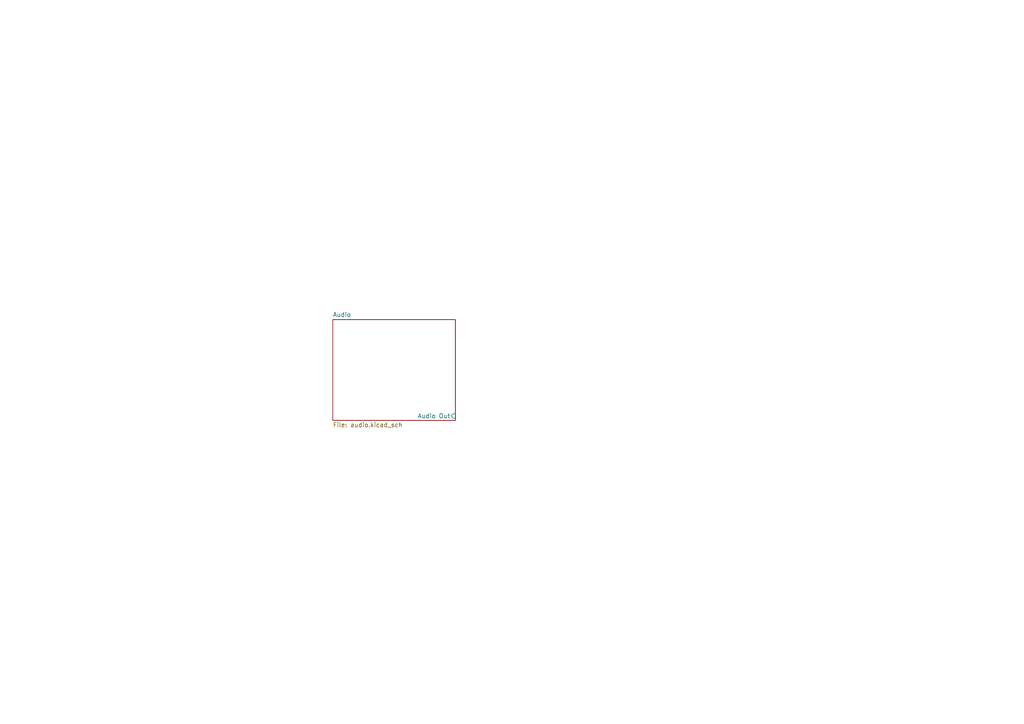
<source format=kicad_sch>
(kicad_sch (version 20230121) (generator eeschema)
  (paper "A4")
  (title_block (title "USB Microphone") (date "2023-09-21") (rev "0.1") (company "John Little"))
  (lib_symbols)
  (sheet (at 96.52 92.71) (size 35.56 29.21) (stroke (width 0.1524))
    (property "Sheetname" "Audio" (at 96.52 91.9984 0) (effects (justify left bottom)))
    (property "Sheetfile" "audio.kicad_sch" (at 96.52 122.5046 0) (effects (justify left top)))
    (pin "Audio Out" input (at 132.08 120.65 0))
  )
)
</source>
